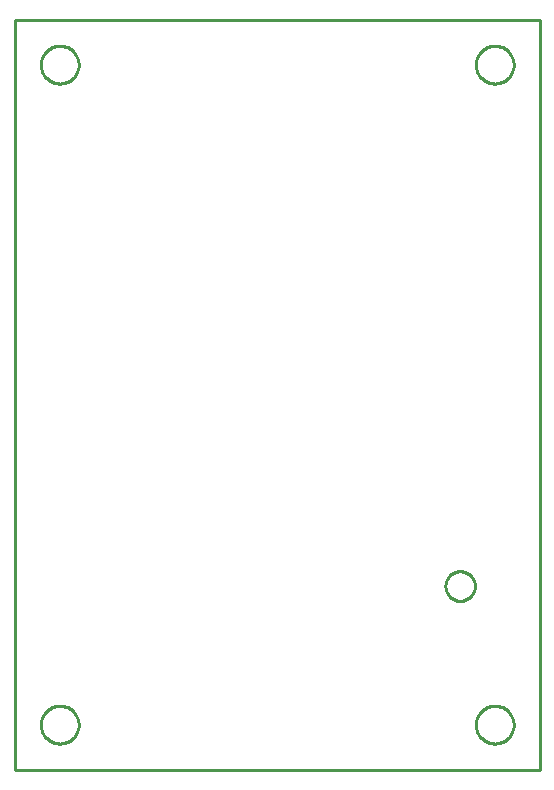
<source format=gbr>
G04 EAGLE Gerber RS-274X export*
G75*
%MOMM*%
%FSLAX34Y34*%
%LPD*%
%IN*%
%IPPOS*%
%AMOC8*
5,1,8,0,0,1.08239X$1,22.5*%
G01*
%ADD10C,0.254000*%
D10*
X0Y0D02*
X444500Y0D01*
X444500Y635000D01*
X0Y635000D01*
X0Y0D01*
X376699Y142980D02*
X375720Y143057D01*
X374750Y143211D01*
X373794Y143440D01*
X372860Y143744D01*
X371953Y144119D01*
X371078Y144565D01*
X370240Y145079D01*
X369445Y145656D01*
X368698Y146294D01*
X368004Y146988D01*
X367366Y147735D01*
X366789Y148530D01*
X366275Y149368D01*
X365829Y150243D01*
X365454Y151150D01*
X365150Y152084D01*
X364921Y153040D01*
X364767Y154010D01*
X364690Y154989D01*
X364690Y155971D01*
X364767Y156950D01*
X364921Y157921D01*
X365150Y158876D01*
X365454Y159810D01*
X365829Y160717D01*
X366275Y161592D01*
X366789Y162430D01*
X367366Y163225D01*
X368004Y163972D01*
X368698Y164666D01*
X369445Y165304D01*
X370240Y165881D01*
X371078Y166395D01*
X371953Y166841D01*
X372860Y167216D01*
X373794Y167520D01*
X374750Y167749D01*
X375720Y167903D01*
X376699Y167980D01*
X377681Y167980D01*
X378660Y167903D01*
X379631Y167749D01*
X380586Y167520D01*
X381520Y167216D01*
X382427Y166841D01*
X383302Y166395D01*
X384140Y165881D01*
X384935Y165304D01*
X385682Y164666D01*
X386376Y163972D01*
X387014Y163225D01*
X387591Y162430D01*
X388105Y161592D01*
X388551Y160717D01*
X388926Y159810D01*
X389230Y158876D01*
X389459Y157921D01*
X389613Y156950D01*
X389690Y155971D01*
X389690Y154989D01*
X389613Y154010D01*
X389459Y153040D01*
X389230Y152084D01*
X388926Y151150D01*
X388551Y150243D01*
X388105Y149368D01*
X387591Y148530D01*
X387014Y147735D01*
X386376Y146988D01*
X385682Y146294D01*
X384935Y145656D01*
X384140Y145079D01*
X383302Y144565D01*
X382427Y144119D01*
X381520Y143744D01*
X380586Y143440D01*
X379631Y143211D01*
X378660Y143057D01*
X377681Y142980D01*
X376699Y142980D01*
X54100Y596376D02*
X54032Y595331D01*
X53895Y594292D01*
X53690Y593265D01*
X53419Y592253D01*
X53083Y591261D01*
X52682Y590293D01*
X52218Y589354D01*
X51695Y588446D01*
X51113Y587575D01*
X50475Y586744D01*
X49784Y585957D01*
X49043Y585216D01*
X48256Y584525D01*
X47425Y583888D01*
X46554Y583306D01*
X45646Y582782D01*
X44707Y582318D01*
X43739Y581917D01*
X42747Y581581D01*
X41735Y581310D01*
X40708Y581105D01*
X39669Y580969D01*
X38624Y580900D01*
X37576Y580900D01*
X36531Y580969D01*
X35492Y581105D01*
X34465Y581310D01*
X33453Y581581D01*
X32461Y581917D01*
X31493Y582318D01*
X30554Y582782D01*
X29646Y583306D01*
X28775Y583888D01*
X27944Y584525D01*
X27157Y585216D01*
X26416Y585957D01*
X25725Y586744D01*
X25088Y587575D01*
X24506Y588446D01*
X23982Y589354D01*
X23518Y590293D01*
X23117Y591261D01*
X22781Y592253D01*
X22510Y593265D01*
X22305Y594292D01*
X22169Y595331D01*
X22100Y596376D01*
X22100Y597424D01*
X22169Y598469D01*
X22305Y599508D01*
X22510Y600535D01*
X22781Y601547D01*
X23117Y602539D01*
X23518Y603507D01*
X23982Y604446D01*
X24506Y605354D01*
X25088Y606225D01*
X25725Y607056D01*
X26416Y607843D01*
X27157Y608584D01*
X27944Y609275D01*
X28775Y609913D01*
X29646Y610495D01*
X30554Y611018D01*
X31493Y611482D01*
X32461Y611883D01*
X33453Y612219D01*
X34465Y612490D01*
X35492Y612695D01*
X36531Y612832D01*
X37576Y612900D01*
X38624Y612900D01*
X39669Y612832D01*
X40708Y612695D01*
X41735Y612490D01*
X42747Y612219D01*
X43739Y611883D01*
X44707Y611482D01*
X45646Y611018D01*
X46554Y610495D01*
X47425Y609913D01*
X48256Y609275D01*
X49043Y608584D01*
X49784Y607843D01*
X50475Y607056D01*
X51113Y606225D01*
X51695Y605354D01*
X52218Y604446D01*
X52682Y603507D01*
X53083Y602539D01*
X53419Y601547D01*
X53690Y600535D01*
X53895Y599508D01*
X54032Y598469D01*
X54100Y597424D01*
X54100Y596376D01*
X422400Y37576D02*
X422332Y36531D01*
X422195Y35492D01*
X421990Y34465D01*
X421719Y33453D01*
X421383Y32461D01*
X420982Y31493D01*
X420518Y30554D01*
X419995Y29646D01*
X419413Y28775D01*
X418775Y27944D01*
X418084Y27157D01*
X417343Y26416D01*
X416556Y25725D01*
X415725Y25088D01*
X414854Y24506D01*
X413946Y23982D01*
X413007Y23518D01*
X412039Y23117D01*
X411047Y22781D01*
X410035Y22510D01*
X409008Y22305D01*
X407969Y22169D01*
X406924Y22100D01*
X405876Y22100D01*
X404831Y22169D01*
X403792Y22305D01*
X402765Y22510D01*
X401753Y22781D01*
X400761Y23117D01*
X399793Y23518D01*
X398854Y23982D01*
X397946Y24506D01*
X397075Y25088D01*
X396244Y25725D01*
X395457Y26416D01*
X394716Y27157D01*
X394025Y27944D01*
X393388Y28775D01*
X392806Y29646D01*
X392282Y30554D01*
X391818Y31493D01*
X391417Y32461D01*
X391081Y33453D01*
X390810Y34465D01*
X390605Y35492D01*
X390469Y36531D01*
X390400Y37576D01*
X390400Y38624D01*
X390469Y39669D01*
X390605Y40708D01*
X390810Y41735D01*
X391081Y42747D01*
X391417Y43739D01*
X391818Y44707D01*
X392282Y45646D01*
X392806Y46554D01*
X393388Y47425D01*
X394025Y48256D01*
X394716Y49043D01*
X395457Y49784D01*
X396244Y50475D01*
X397075Y51113D01*
X397946Y51695D01*
X398854Y52218D01*
X399793Y52682D01*
X400761Y53083D01*
X401753Y53419D01*
X402765Y53690D01*
X403792Y53895D01*
X404831Y54032D01*
X405876Y54100D01*
X406924Y54100D01*
X407969Y54032D01*
X409008Y53895D01*
X410035Y53690D01*
X411047Y53419D01*
X412039Y53083D01*
X413007Y52682D01*
X413946Y52218D01*
X414854Y51695D01*
X415725Y51113D01*
X416556Y50475D01*
X417343Y49784D01*
X418084Y49043D01*
X418775Y48256D01*
X419413Y47425D01*
X419995Y46554D01*
X420518Y45646D01*
X420982Y44707D01*
X421383Y43739D01*
X421719Y42747D01*
X421990Y41735D01*
X422195Y40708D01*
X422332Y39669D01*
X422400Y38624D01*
X422400Y37576D01*
X422400Y596376D02*
X422332Y595331D01*
X422195Y594292D01*
X421990Y593265D01*
X421719Y592253D01*
X421383Y591261D01*
X420982Y590293D01*
X420518Y589354D01*
X419995Y588446D01*
X419413Y587575D01*
X418775Y586744D01*
X418084Y585957D01*
X417343Y585216D01*
X416556Y584525D01*
X415725Y583888D01*
X414854Y583306D01*
X413946Y582782D01*
X413007Y582318D01*
X412039Y581917D01*
X411047Y581581D01*
X410035Y581310D01*
X409008Y581105D01*
X407969Y580969D01*
X406924Y580900D01*
X405876Y580900D01*
X404831Y580969D01*
X403792Y581105D01*
X402765Y581310D01*
X401753Y581581D01*
X400761Y581917D01*
X399793Y582318D01*
X398854Y582782D01*
X397946Y583306D01*
X397075Y583888D01*
X396244Y584525D01*
X395457Y585216D01*
X394716Y585957D01*
X394025Y586744D01*
X393388Y587575D01*
X392806Y588446D01*
X392282Y589354D01*
X391818Y590293D01*
X391417Y591261D01*
X391081Y592253D01*
X390810Y593265D01*
X390605Y594292D01*
X390469Y595331D01*
X390400Y596376D01*
X390400Y597424D01*
X390469Y598469D01*
X390605Y599508D01*
X390810Y600535D01*
X391081Y601547D01*
X391417Y602539D01*
X391818Y603507D01*
X392282Y604446D01*
X392806Y605354D01*
X393388Y606225D01*
X394025Y607056D01*
X394716Y607843D01*
X395457Y608584D01*
X396244Y609275D01*
X397075Y609913D01*
X397946Y610495D01*
X398854Y611018D01*
X399793Y611482D01*
X400761Y611883D01*
X401753Y612219D01*
X402765Y612490D01*
X403792Y612695D01*
X404831Y612832D01*
X405876Y612900D01*
X406924Y612900D01*
X407969Y612832D01*
X409008Y612695D01*
X410035Y612490D01*
X411047Y612219D01*
X412039Y611883D01*
X413007Y611482D01*
X413946Y611018D01*
X414854Y610495D01*
X415725Y609913D01*
X416556Y609275D01*
X417343Y608584D01*
X418084Y607843D01*
X418775Y607056D01*
X419413Y606225D01*
X419995Y605354D01*
X420518Y604446D01*
X420982Y603507D01*
X421383Y602539D01*
X421719Y601547D01*
X421990Y600535D01*
X422195Y599508D01*
X422332Y598469D01*
X422400Y597424D01*
X422400Y596376D01*
X54100Y37576D02*
X54032Y36531D01*
X53895Y35492D01*
X53690Y34465D01*
X53419Y33453D01*
X53083Y32461D01*
X52682Y31493D01*
X52218Y30554D01*
X51695Y29646D01*
X51113Y28775D01*
X50475Y27944D01*
X49784Y27157D01*
X49043Y26416D01*
X48256Y25725D01*
X47425Y25088D01*
X46554Y24506D01*
X45646Y23982D01*
X44707Y23518D01*
X43739Y23117D01*
X42747Y22781D01*
X41735Y22510D01*
X40708Y22305D01*
X39669Y22169D01*
X38624Y22100D01*
X37576Y22100D01*
X36531Y22169D01*
X35492Y22305D01*
X34465Y22510D01*
X33453Y22781D01*
X32461Y23117D01*
X31493Y23518D01*
X30554Y23982D01*
X29646Y24506D01*
X28775Y25088D01*
X27944Y25725D01*
X27157Y26416D01*
X26416Y27157D01*
X25725Y27944D01*
X25088Y28775D01*
X24506Y29646D01*
X23982Y30554D01*
X23518Y31493D01*
X23117Y32461D01*
X22781Y33453D01*
X22510Y34465D01*
X22305Y35492D01*
X22169Y36531D01*
X22100Y37576D01*
X22100Y38624D01*
X22169Y39669D01*
X22305Y40708D01*
X22510Y41735D01*
X22781Y42747D01*
X23117Y43739D01*
X23518Y44707D01*
X23982Y45646D01*
X24506Y46554D01*
X25088Y47425D01*
X25725Y48256D01*
X26416Y49043D01*
X27157Y49784D01*
X27944Y50475D01*
X28775Y51113D01*
X29646Y51695D01*
X30554Y52218D01*
X31493Y52682D01*
X32461Y53083D01*
X33453Y53419D01*
X34465Y53690D01*
X35492Y53895D01*
X36531Y54032D01*
X37576Y54100D01*
X38624Y54100D01*
X39669Y54032D01*
X40708Y53895D01*
X41735Y53690D01*
X42747Y53419D01*
X43739Y53083D01*
X44707Y52682D01*
X45646Y52218D01*
X46554Y51695D01*
X47425Y51113D01*
X48256Y50475D01*
X49043Y49784D01*
X49784Y49043D01*
X50475Y48256D01*
X51113Y47425D01*
X51695Y46554D01*
X52218Y45646D01*
X52682Y44707D01*
X53083Y43739D01*
X53419Y42747D01*
X53690Y41735D01*
X53895Y40708D01*
X54032Y39669D01*
X54100Y38624D01*
X54100Y37576D01*
M02*

</source>
